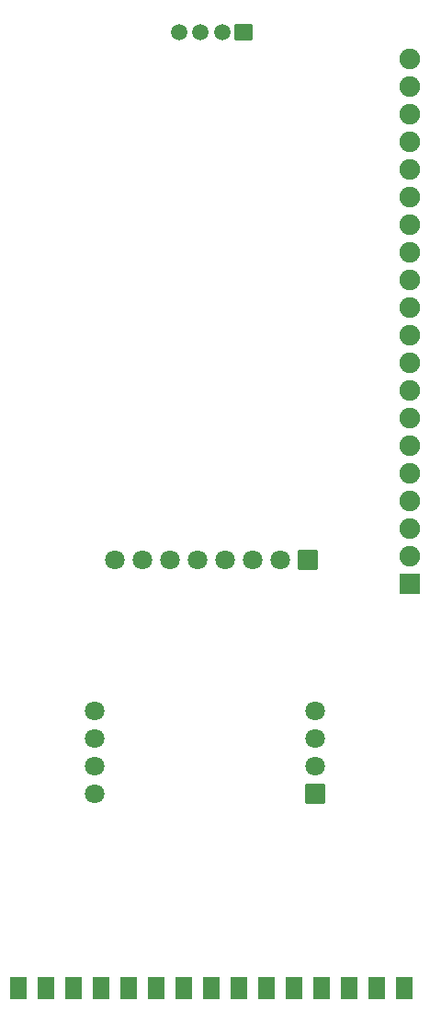
<source format=gbs>
G04 Layer: BottomSolderMaskLayer*
G04 EasyEDA v6.5.29, 2023-07-18 11:37:26*
G04 44a429887d2946ba859a18da238e0ce0,5a6b42c53f6a479593ecc07194224c93,10*
G04 Gerber Generator version 0.2*
G04 Scale: 100 percent, Rotated: No, Reflected: No *
G04 Dimensions in millimeters *
G04 leading zeros omitted , absolute positions ,4 integer and 5 decimal *
%FSLAX45Y45*%
%MOMM*%

%AMMACRO1*1,1,$1,$2,$3*1,1,$1,$4,$5*1,1,$1,0-$2,0-$3*1,1,$1,0-$4,0-$5*20,1,$1,$2,$3,$4,$5,0*20,1,$1,$4,$5,0-$2,0-$3,0*20,1,$1,0-$2,0-$3,0-$4,0-$5,0*20,1,$1,0-$4,0-$5,$2,$3,0*4,1,4,$2,$3,$4,$5,0-$2,0-$3,0-$4,0-$5,$2,$3,0*%
%ADD10MACRO1,0.1016X0.7X-1X-0.7X-1*%
%ADD11C,1.9016*%
%ADD12MACRO1,0.1016X0.9X-0.9X0.9X0.9*%
%ADD13C,1.8016*%
%ADD14MACRO1,0.1016X0.85X-0.85X0.85X0.85*%
%ADD15MACRO1,0.1016X-0.85X-0.85X0.85X-0.85*%
%ADD16C,1.5016*%
%ADD17MACRO1,0.1016X0.762X-0.7X-0.762X-0.7*%

%LPD*%
D10*
G01*
X1524000Y2514600D03*
G01*
X1778000Y2514600D03*
G01*
X3810000Y2514600D03*
G01*
X3556000Y2514600D03*
G01*
X3302000Y2514600D03*
G01*
X3048000Y2514600D03*
G01*
X2794000Y2514600D03*
G01*
X254000Y2514600D03*
G01*
X508000Y2514600D03*
G01*
X762000Y2514600D03*
G01*
X1016000Y2514600D03*
G01*
X1270000Y2514600D03*
G01*
X2032000Y2514600D03*
G01*
X2286000Y2514600D03*
G01*
X2540000Y2514600D03*
D11*
G01*
X3860800Y11061700D03*
D12*
G01*
X3860792Y6235700D03*
D11*
G01*
X3860800Y6489700D03*
G01*
X3860800Y6743700D03*
G01*
X3860800Y6997700D03*
G01*
X3860800Y7251700D03*
G01*
X3860800Y7505700D03*
G01*
X3860800Y7759700D03*
G01*
X3860800Y8013700D03*
G01*
X3860800Y8267700D03*
G01*
X3860800Y8521700D03*
G01*
X3860800Y8775700D03*
G01*
X3860800Y9029700D03*
G01*
X3860800Y9283700D03*
G01*
X3860800Y9537700D03*
G01*
X3860800Y9791700D03*
G01*
X3860800Y10045700D03*
G01*
X3860800Y10299700D03*
G01*
X3860800Y10553700D03*
G01*
X3860800Y10807700D03*
D13*
G01*
X952500Y5067300D03*
G01*
X952500Y4305300D03*
G01*
X952500Y4559300D03*
G01*
X952500Y4813300D03*
D14*
G01*
X2984500Y4305300D03*
D13*
G01*
X2984500Y4559300D03*
G01*
X2984500Y4813300D03*
G01*
X2984500Y5067300D03*
D15*
G01*
X2923796Y6455387D03*
D13*
G01*
X2669793Y6455384D03*
G01*
X2415793Y6455384D03*
G01*
X2161793Y6455384D03*
G01*
X1907793Y6455384D03*
G01*
X1653793Y6455384D03*
G01*
X1399793Y6455384D03*
G01*
X1145793Y6455384D03*
D16*
G01*
X1732000Y11302974D03*
G01*
X1932000Y11302974D03*
G01*
X2131999Y11302974D03*
D17*
G01*
X2331994Y11302977D03*
M02*

</source>
